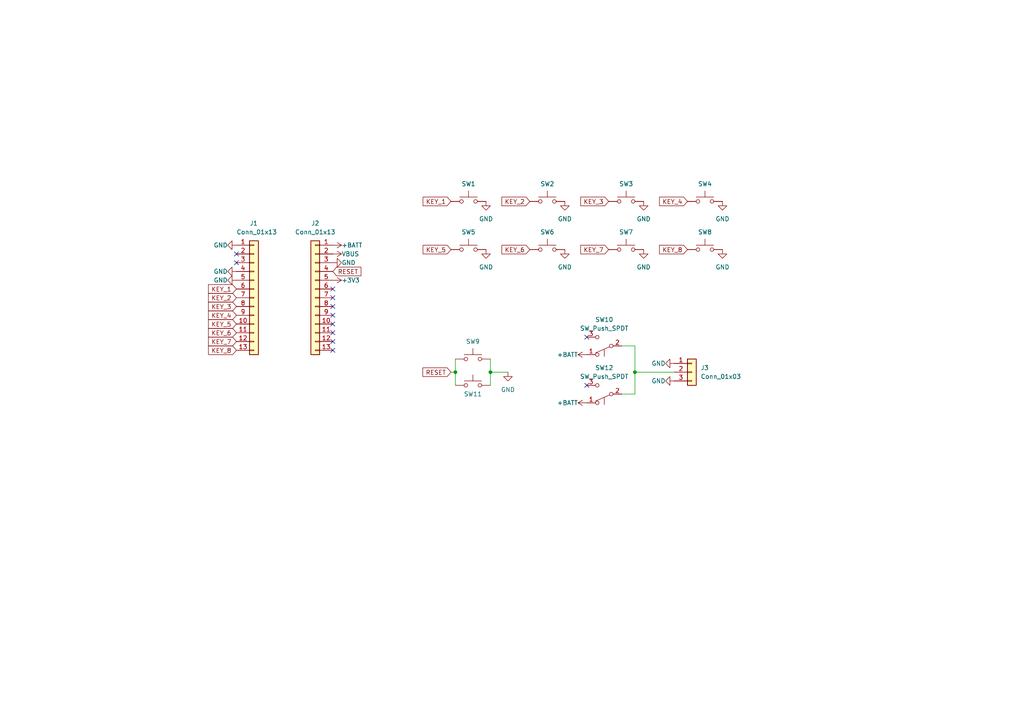
<source format=kicad_sch>
(kicad_sch (version 20211123) (generator eeschema)
  (paper "A4")
  (title_block (title "KP08") (rev "1.0") (comment 1 "MIT License (Open source hardware)"))
  (lib_symbols
    (symbol "Connector_Generic:Conn_01x03" (pin_names (offset 1.016) hide)
      (property "Reference" "J" (at 0 5.08 0))
      (property "Value" "Conn_01x03" (at 0 -5.08 0))
      (symbol "Conn_01x03_1_1"
        (rectangle (start -1.27 -2.413) (end 0 -2.667) (stroke (width 0.1524)))
        (rectangle (start -1.27 0.127) (end 0 -0.127) (stroke (width 0.1524)))
        (rectangle (start -1.27 2.667) (end 0 2.413) (stroke (width 0.1524)))
        (rectangle (start -1.27 3.81) (end 1.27 -3.81) (stroke (width 0.254)) (fill (type background)))
        (pin passive line (at -5.08 2.54 0) (length 3.81) (name "Pin_1") (number "1"))
        (pin passive line (at -5.08 0 0) (length 3.81) (name "Pin_2") (number "2"))
        (pin passive line (at -5.08 -2.54 0) (length 3.81) (name "Pin_3") (number "3"))
      )
    )
    (symbol "Connector_Generic:Conn_01x13" (pin_names (offset 1.016) hide)
      (property "Reference" "J" (at 0 17.78 0))
      (property "Value" "Conn_01x13" (at 0 -17.78 0))
      (symbol "Conn_01x13_1_1"
        (rectangle (start -1.27 -15.113) (end 0 -15.367) (stroke (width 0.1524)))
        (rectangle (start -1.27 -12.573) (end 0 -12.827) (stroke (width 0.1524)))
        (rectangle (start -1.27 -10.033) (end 0 -10.287) (stroke (width 0.1524)))
        (rectangle (start -1.27 -7.493) (end 0 -7.747) (stroke (width 0.1524)))
        (rectangle (start -1.27 -4.953) (end 0 -5.207) (stroke (width 0.1524)))
        (rectangle (start -1.27 -2.413) (end 0 -2.667) (stroke (width 0.1524)))
        (rectangle (start -1.27 0.127) (end 0 -0.127) (stroke (width 0.1524)))
        (rectangle (start -1.27 2.667) (end 0 2.413) (stroke (width 0.1524)))
        (rectangle (start -1.27 5.207) (end 0 4.953) (stroke (width 0.1524)))
        (rectangle (start -1.27 7.747) (end 0 7.493) (stroke (width 0.1524)))
        (rectangle (start -1.27 10.287) (end 0 10.033) (stroke (width 0.1524)))
        (rectangle (start -1.27 12.827) (end 0 12.573) (stroke (width 0.1524)))
        (rectangle (start -1.27 15.367) (end 0 15.113) (stroke (width 0.1524)))
        (rectangle (start -1.27 16.51) (end 1.27 -16.51) (stroke (width 0.254)) (fill (type background)))
        (pin passive line (at -5.08 15.24 0) (length 3.81) (name "Pin_1") (number "1"))
        (pin passive line (at -5.08 -7.62 0) (length 3.81) (name "Pin_10") (number "10"))
        (pin passive line (at -5.08 -10.16 0) (length 3.81) (name "Pin_11") (number "11"))
        (pin passive line (at -5.08 -12.7 0) (length 3.81) (name "Pin_12") (number "12"))
        (pin passive line (at -5.08 -15.24 0) (length 3.81) (name "Pin_13") (number "13"))
        (pin passive line (at -5.08 12.7 0) (length 3.81) (name "Pin_2") (number "2"))
        (pin passive line (at -5.08 10.16 0) (length 3.81) (name "Pin_3") (number "3"))
        (pin passive line (at -5.08 7.62 0) (length 3.81) (name "Pin_4") (number "4"))
        (pin passive line (at -5.08 5.08 0) (length 3.81) (name "Pin_5") (number "5"))
        (pin passive line (at -5.08 2.54 0) (length 3.81) (name "Pin_6") (number "6"))
        (pin passive line (at -5.08 0 0) (length 3.81) (name "Pin_7") (number "7"))
        (pin passive line (at -5.08 -2.54 0) (length 3.81) (name "Pin_8") (number "8"))
        (pin passive line (at -5.08 -5.08 0) (length 3.81) (name "Pin_9") (number "9"))
      )
    )
    (symbol "Switch:SW_Push" (pin_numbers hide) (pin_names (offset 1.016) hide)
      (property "Reference" "SW" (at 1.27 2.54 0))
      (property "Value" "SW_Push" (at 0 -1.524 0))
      (symbol "SW_Push_0_1"
        (circle (center -2.032 0) (radius 0.508))
        (polyline (pts (xy 0 1.27) (xy 0 3.048)))
        (polyline (pts (xy 2.54 1.27) (xy -2.54 1.27)))
        (circle (center 2.032 0) (radius 0.508))
        (pin passive line (at -5.08 0 0) (length 2.54) (name "1") (number "1"))
        (pin passive line (at 5.08 0 180) (length 2.54) (name "2") (number "2"))
      )
    )
    (symbol "Switch:SW_Push_SPDT" (pin_names (offset 0) hide)
      (property "Reference" "SW" (at 0 4.318 0))
      (property "Value" "SW_Push_SPDT" (at 0 -5.08 0))
      (symbol "SW_Push_SPDT_0_0"
        (circle (center -2.032 0) (radius 0.508))
        (polyline (pts (xy 0 1.016) (xy 0 3.048)))
        (circle (center 2.032 -2.54) (radius 0.508))
      )
      (symbol "SW_Push_SPDT_0_1"
        (polyline (pts (xy -1.524 0.254) (xy 2.54 2.032)))
        (circle (center 2.032 2.54) (radius 0.508))
      )
      (symbol "SW_Push_SPDT_1_1"
        (pin passive line (at 5.08 2.54 180) (length 2.54) (name "A") (number "1"))
        (pin passive line (at -5.08 0 0) (length 2.54) (name "B") (number "2"))
        (pin passive line (at 5.08 -2.54 180) (length 2.54) (name "C") (number "3"))
      )
    )
    (symbol "power:+3V3" (power) (pin_names (offset 0))
      (property "Value" "+3V3" (at 0 3.556 0))
      (symbol "+3V3_0_1"
        (polyline (pts (xy -0.762 1.27) (xy 0 2.54)))
        (polyline (pts (xy 0 0) (xy 0 2.54)))
        (polyline (pts (xy 0 2.54) (xy 0.762 1.27)))
      )
      (symbol "+3V3_1_1"
        (pin power_in line (at 0 0 90) (length 0) hide (name "+3V3") (number "1"))
      )
    )
    (symbol "power:+BATT" (power) (pin_names (offset 0))
      (property "Value" "+BATT" (at 0 3.556 0))
      (symbol "+BATT_0_1"
        (polyline (pts (xy -0.762 1.27) (xy 0 2.54)))
        (polyline (pts (xy 0 0) (xy 0 2.54)))
        (polyline (pts (xy 0 2.54) (xy 0.762 1.27)))
      )
      (symbol "+BATT_1_1"
        (pin power_in line (at 0 0 90) (length 0) hide (name "+BATT") (number "1"))
      )
    )
    (symbol "power:GND" (power) (pin_names (offset 0))
      (property "Value" "GND" (at 0 -3.81 0))
      (symbol "GND_0_1"
        (polyline (pts (xy 0 0) (xy 0 -1.27) (xy 1.27 -1.27) (xy 0 -2.54) (xy -1.27 -1.27) (xy 0 -1.27)))
      )
      (symbol "GND_1_1"
        (pin power_in line (at 0 0 270) (length 0) hide (name "GND") (number "1"))
      )
    )
    (symbol "power:VBUS" (power) (pin_names (offset 0))
      (property "Value" "VBUS" (at 0 3.81 0))
      (symbol "VBUS_0_1"
        (polyline (pts (xy -0.762 1.27) (xy 0 2.54)))
        (polyline (pts (xy 0 0) (xy 0 2.54)))
        (polyline (pts (xy 0 2.54) (xy 0.762 1.27)))
      )
      (symbol "VBUS_1_1"
        (pin power_in line (at 0 0 90) (length 0) hide (name "VBUS") (number "1"))
      )
    )
  )
  (junction (at 142.24 107.95))
  (junction (at 132.08 107.95))
  (junction (at 184.15 107.95))
  (no_connect (at 170.18 111.76))
  (no_connect (at 170.18 97.79))
  (no_connect (at 68.58 73.66))
  (no_connect (at 68.58 76.2))
  (no_connect (at 96.52 88.9))
  (no_connect (at 96.52 91.44))
  (no_connect (at 96.52 93.98))
  (no_connect (at 96.52 96.52))
  (no_connect (at 96.52 99.06))
  (no_connect (at 96.52 101.6))
  (no_connect (at 96.52 83.82))
  (no_connect (at 96.52 86.36))
  (wire (pts (xy 142.24 104.14) (xy 142.24 107.95)))
  (wire (pts (xy 147.32 107.95) (xy 142.24 107.95)))
  (wire (pts (xy 184.15 107.95) (xy 195.58 107.95)))
  (wire (pts (xy 132.08 104.14) (xy 132.08 107.95)))
  (wire (pts (xy 184.15 114.3) (xy 184.15 107.95)))
  (wire (pts (xy 184.15 107.95) (xy 184.15 100.33)))
  (wire (pts (xy 180.34 114.3) (xy 184.15 114.3)))
  (wire (pts (xy 180.34 100.33) (xy 184.15 100.33)))
  (wire (pts (xy 142.24 107.95) (xy 142.24 111.76)))
  (wire (pts (xy 132.08 107.95) (xy 132.08 111.76)))
  (wire (pts (xy 130.81 107.95) (xy 132.08 107.95)))
  (global_label "KEY_4" (shape input) (at 68.58 91.44 180) (property "Intersheet References" "${INTERSHEET_REFS}" (effects hide)))
  (global_label "KEY_1" (shape input) (at 68.58 83.82 180) (property "Intersheet References" "${INTERSHEET_REFS}" (effects hide)))
  (global_label "KEY_6" (shape input) (at 68.58 96.52 180) (property "Intersheet References" "${INTERSHEET_REFS}" (effects hide)))
  (global_label "KEY_2" (shape input) (at 153.67 58.42 180) (property "Intersheet References" "${INTERSHEET_REFS}" (effects hide)))
  (global_label "KEY_6" (shape input) (at 153.67 72.39 180) (property "Intersheet References" "${INTERSHEET_REFS}" (effects hide)))
  (global_label "KEY_2" (shape input) (at 68.58 86.36 180) (property "Intersheet References" "${INTERSHEET_REFS}" (effects hide)))
  (global_label "RESET" (shape input) (at 96.52 78.74 0) (property "Intersheet References" "${INTERSHEET_REFS}" (effects hide)))
  (global_label "RESET" (shape input) (at 130.81 107.95 180) (property "Intersheet References" "${INTERSHEET_REFS}" (effects hide)))
  (global_label "KEY_3" (shape input) (at 68.58 88.9 180) (property "Intersheet References" "${INTERSHEET_REFS}" (effects hide)))
  (global_label "KEY_3" (shape input) (at 176.53 58.42 180) (property "Intersheet References" "${INTERSHEET_REFS}" (effects hide)))
  (global_label "KEY_4" (shape input) (at 199.39 58.42 180) (property "Intersheet References" "${INTERSHEET_REFS}" (effects hide)))
  (global_label "KEY_8" (shape input) (at 199.39 72.39 180) (property "Intersheet References" "${INTERSHEET_REFS}" (effects hide)))
  (global_label "KEY_8" (shape input) (at 68.58 101.6 180) (property "Intersheet References" "${INTERSHEET_REFS}" (effects hide)))
  (global_label "KEY_5" (shape input) (at 130.81 72.39 180) (property "Intersheet References" "${INTERSHEET_REFS}" (effects hide)))
  (global_label "KEY_7" (shape input) (at 176.53 72.39 180) (property "Intersheet References" "${INTERSHEET_REFS}" (effects hide)))
  (global_label "KEY_7" (shape input) (at 68.58 99.06 180) (property "Intersheet References" "${INTERSHEET_REFS}" (effects hide)))
  (global_label "KEY_5" (shape input) (at 68.58 93.98 180) (property "Intersheet References" "${INTERSHEET_REFS}" (effects hide)))
  (global_label "KEY_1" (shape input) (at 130.81 58.42 180) (property "Intersheet References" "${INTERSHEET_REFS}" (effects hide)))
  (symbol (lib_id "Switch:SW_Push") (at 181.61 58.42 0) (unit 1)
    (property "Reference" "SW3" (at 181.61 53.34 0))
    (property "Value" "SW_Push" (effects hide))
    (property "Footprint" "key-switches:MX_switch_Gateron_hotswap_double_sided_A" (effects hide))
  )
  (symbol (lib_id "power:+BATT") (at 170.18 102.87 90) (unit 1)
    (property "Reference" "#PWR0117" (effects hide))
    (property "Value" "+BATT" (at 167.64 102.87 90) (effects (justify left)))
  )
  (symbol (lib_id "power:GND") (at 195.58 105.41 270) (unit 1)
    (property "Reference" "#PWR0119" (effects hide))
    (property "Value" "GND" (at 193.04 105.41 90) (effects (justify right)))
  )
  (symbol (lib_id "power:+3V3") (at 96.52 81.28 270) (unit 1)
    (property "Reference" "#PWR0115" (effects hide))
    (property "Value" "+3V3" (at 99.06 81.28 90) (effects (justify left)))
  )
  (symbol (lib_id "power:GND") (at 68.58 71.12 270) (unit 1)
    (property "Reference" "#PWR0112" (effects hide))
    (property "Value" "GND" (at 66.04 71.12 90) (effects (justify right)))
  )
  (symbol (lib_id "Switch:SW_Push_SPDT") (at 175.26 114.3 180) (unit 1)
    (property "Reference" "SW12" (at 175.26 106.68 0))
    (property "Value" "SW_Push_SPDT" (at 175.26 109.22 0))
    (property "Footprint" "Button_Switch_SMD:SW_SPDT_PCM12" (effects hide))
  )
  (symbol (lib_id "Switch:SW_Push") (at 158.75 72.39 0) (unit 1)
    (property "Reference" "SW6" (at 158.75 67.31 0))
    (property "Value" "SW_Push" (effects hide))
    (property "Footprint" "key-switches:MX_switch_Gateron_hotswap_double_sided_A" (effects hide))
  )
  (symbol (lib_id "Switch:SW_Push") (at 137.16 104.14 0) (unit 1)
    (property "Reference" "SW9" (at 137.16 99.06 0))
    (property "Value" "SW_Push" (effects hide))
    (property "Footprint" "Button_Switch_SMD:SW_Push_1P1T_NO_6x6mm_H9.5mm" (effects hide))
  )
  (symbol (lib_id "Connector_Generic:Conn_01x13") (at 73.66 86.36 0) (unit 1)
    (property "Reference" "J1" (at 72.39 64.77 0) (effects (justify left)))
    (property "Value" "Conn_01x13" (at 68.58 67.31 0) (effects (justify left)))
    (property "Footprint" "Connector_PinSocket_2.54mm:PinSocket_1x13_P2.54mm_Vertical" (effects hide))
  )
  (symbol (lib_id "power:GND") (at 96.52 76.2 90) (unit 1)
    (property "Reference" "#PWR0114" (effects hide))
    (property "Value" "GND" (at 99.06 76.2 90) (effects (justify right)))
  )
  (symbol (lib_id "Switch:SW_Push") (at 181.61 72.39 0) (unit 1)
    (property "Reference" "SW7" (at 181.61 67.31 0))
    (property "Value" "SW_Push" (effects hide))
    (property "Footprint" "key-switches:MX_switch_Gateron_hotswap_double_sided_A" (effects hide))
  )
  (symbol (lib_id "power:VBUS") (at 96.52 73.66 270) (unit 1)
    (property "Reference" "#PWR0116" (effects hide))
    (property "Value" "VBUS" (at 99.06 73.66 90) (effects (justify left)))
  )
  (symbol (lib_id "power:GND") (at 147.32 107.95 0) (unit 1)
    (property "Reference" "#PWR0104" (effects hide))
    (property "Value" "GND" (at 147.32 113.03 0))
  )
  (symbol (lib_id "power:+BATT") (at 170.18 116.84 90) (unit 1)
    (property "Reference" "#PWR0120" (effects hide))
    (property "Value" "+BATT" (at 167.64 116.84 90) (effects (justify left)))
  )
  (symbol (lib_id "power:GND") (at 68.58 78.74 270) (unit 1)
    (property "Reference" "#PWR0110" (effects hide))
    (property "Value" "GND" (at 66.04 78.74 90) (effects (justify right)))
  )
  (symbol (lib_id "power:GND") (at 209.55 58.42 0) (unit 1)
    (property "Reference" "#PWR0107" (effects hide))
    (property "Value" "GND" (at 209.55 63.5 0))
  )
  (symbol (lib_id "Switch:SW_Push") (at 135.89 58.42 0) (unit 1)
    (property "Reference" "SW1" (at 135.89 53.34 0))
    (property "Value" "SW_Push" (effects hide))
    (property "Footprint" "key-switches:MX_switch_Gateron_hotswap_double_sided_A" (effects hide))
  )
  (symbol (lib_id "power:GND") (at 163.83 58.42 0) (unit 1)
    (property "Reference" "#PWR0101" (effects hide))
    (property "Value" "GND" (at 163.83 63.5 0))
  )
  (symbol (lib_id "Connector_Generic:Conn_01x03") (at 200.66 107.95 0) (unit 1)
    (property "Reference" "J3" (at 203.2 106.6799 0) (effects (justify left)))
    (property "Value" "Conn_01x03" (at 203.2 109.2199 0) (effects (justify left)))
    (property "Footprint" "Connector_JST:JST_PH_B3B-PH-K_1x03_P2.00mm_Vertical" (effects hide))
  )
  (symbol (lib_id "power:GND") (at 186.69 58.42 0) (unit 1)
    (property "Reference" "#PWR0102" (effects hide))
    (property "Value" "GND" (at 186.69 63.5 0))
  )
  (symbol (lib_id "power:GND") (at 195.58 110.49 270) (unit 1)
    (property "Reference" "#PWR0118" (effects hide))
    (property "Value" "GND" (at 193.04 110.49 90) (effects (justify right)))
  )
  (symbol (lib_id "Switch:SW_Push") (at 137.16 111.76 0) (unit 1)
    (property "Reference" "SW11" (at 137.16 114.3 0))
    (property "Value" "SW_Push" (effects hide))
    (property "Footprint" "Button_Switch_SMD:SW_Push_1P1T_NO_6x6mm_H9.5mm" (effects hide))
  )
  (symbol (lib_id "Switch:SW_Push_SPDT") (at 175.26 100.33 180) (unit 1)
    (property "Reference" "SW10" (at 175.26 92.71 0))
    (property "Value" "SW_Push_SPDT" (at 175.26 95.25 0))
    (property "Footprint" "Button_Switch_SMD:SW_SPDT_PCM12" (effects hide))
  )
  (symbol (lib_id "power:GND") (at 140.97 72.39 0) (unit 1)
    (property "Reference" "#PWR0103" (effects hide))
    (property "Value" "GND" (at 140.97 77.47 0))
  )
  (symbol (lib_id "power:GND") (at 140.97 58.42 0) (unit 1)
    (property "Reference" "#PWR0106" (effects hide))
    (property "Value" "GND" (at 140.97 63.5 0))
  )
  (symbol (lib_id "Switch:SW_Push") (at 204.47 58.42 0) (unit 1)
    (property "Reference" "SW4" (at 204.47 53.34 0))
    (property "Value" "SW_Push" (effects hide))
    (property "Footprint" "key-switches:MX_switch_Gateron_hotswap_double_sided_A" (effects hide))
  )
  (symbol (lib_id "power:GND") (at 68.58 81.28 270) (unit 1)
    (property "Reference" "#PWR0111" (effects hide))
    (property "Value" "GND" (at 66.04 81.28 90) (effects (justify right)))
  )
  (symbol (lib_id "power:GND") (at 209.55 72.39 0) (unit 1)
    (property "Reference" "#PWR0109" (effects hide))
    (property "Value" "GND" (at 209.55 77.47 0))
  )
  (symbol (lib_id "Switch:SW_Push") (at 135.89 72.39 0) (unit 1)
    (property "Reference" "SW5" (at 135.89 67.31 0))
    (property "Value" "SW_Push" (effects hide))
    (property "Footprint" "key-switches:MX_switch_Gateron_hotswap_double_sided_A" (effects hide))
  )
  (symbol (lib_id "Connector_Generic:Conn_01x13") (at 91.44 86.36 0) (mirror y) (unit 1)
    (property "Reference" "J2" (at 91.44 64.77 0))
    (property "Value" "Conn_01x13" (at 91.44 67.31 0))
    (property "Footprint" "Connector_PinSocket_2.54mm:PinSocket_1x13_P2.54mm_Vertical" (effects hide))
  )
  (symbol (lib_id "power:GND") (at 186.69 72.39 0) (unit 1)
    (property "Reference" "#PWR0108" (effects hide))
    (property "Value" "GND" (at 186.69 77.47 0))
  )
  (symbol (lib_id "Switch:SW_Push") (at 158.75 58.42 0) (unit 1)
    (property "Reference" "SW2" (at 158.75 53.34 0))
    (property "Value" "SW_Push" (effects hide))
    (property "Footprint" "key-switches:MX_switch_Gateron_hotswap_double_sided_A" (effects hide))
  )
  (symbol (lib_id "power:GND") (at 163.83 72.39 0) (unit 1)
    (property "Reference" "#PWR0105" (effects hide))
    (property "Value" "GND" (at 163.83 77.47 0))
  )
  (symbol (lib_id "Switch:SW_Push") (at 204.47 72.39 0) (unit 1)
    (property "Reference" "SW8" (at 204.47 67.31 0))
    (property "Value" "SW_Push" (effects hide))
    (property "Footprint" "key-switches:MX_switch_Gateron_hotswap_double_sided_A" (effects hide))
  )
  (symbol (lib_id "power:+BATT") (at 96.52 71.12 270) (unit 1)
    (property "Reference" "#PWR0113" (effects hide))
    (property "Value" "+BATT" (at 99.06 71.12 90) (effects (justify left)))
  )
)
</source>
